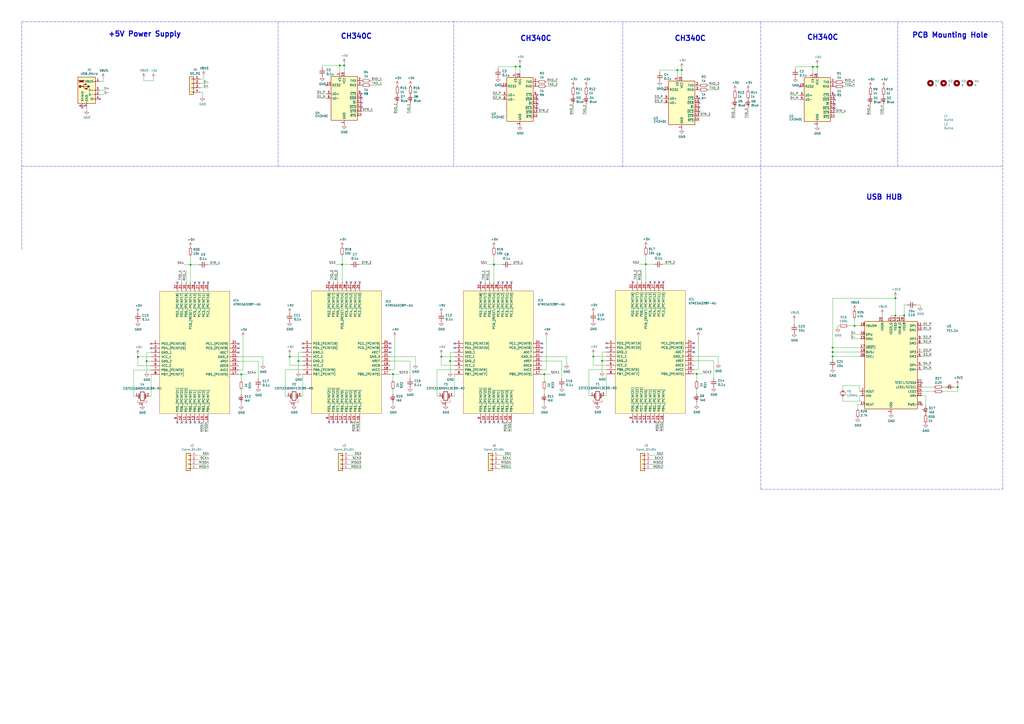
<source format=kicad_sch>
(kicad_sch (version 20211123) (generator eeschema)
  (paper "A2")
  (title_block (date "2021-11-09") (rev "2"))
  (junction (at 256.032 206.883))
  (junction (at 392.938 40.64))
  (junction (at 197.104 37.973))
  (junction (at 555.498 224.536))
  (junction (at 286.512 153.416))
  (junction (at 404.114 216.916))
  (junction (at 261.112 209.423))
  (junction (at 173.101 209.423))
  (junction (at 199.644 37.973))
  (junction (at 139.954 217.17))
  (junction (at 482.981 204.216))
  (junction (at 315.722 217.043))
  (junction (at 474.091 38.735))
  (junction (at 80.01 207.01))
  (junction (at 482.981 201.676))
  (junction (at 482.981 206.756))
  (junction (at 344.17 206.756))
  (junction (at 198.501 153.416))
  (junction (at 168.021 206.883))
  (junction (at 519.43 172.974))
  (junction (at 519.43 183.007))
  (junction (at 349.25 209.296))
  (junction (at 471.551 38.735))
  (junction (at 301.625 38.608))
  (junction (at 524.51 183.007))
  (junction (at 395.478 40.64))
  (junction (at 227.965 217.043))
  (junction (at 374.65 153.289))
  (junction (at 299.085 38.608))
  (junction (at 110.49 153.543))
  (junction (at 85.09 209.55))
  (junction (at 495.681 188.976))
  (no_connect (at 206.121 163.703))
  (no_connect (at 311.785 62.738))
  (no_connect (at 203.581 244.983))
  (no_connect (at 379.73 163.576))
  (no_connect (at 175.641 201.803))
  (no_connect (at 102.87 163.83))
  (no_connect (at 102.87 245.11))
  (no_connect (at 110.49 245.11))
  (no_connect (at 286.512 244.983))
  (no_connect (at 311.785 57.658))
  (no_connect (at 314.452 199.263))
  (no_connect (at 484.251 57.785))
  (no_connect (at 281.432 244.983))
  (no_connect (at 138.43 199.39))
  (no_connect (at 113.03 245.11))
  (no_connect (at 113.03 163.83))
  (no_connect (at 226.441 199.263))
  (no_connect (at 278.892 163.703))
  (no_connect (at 484.251 60.325))
  (no_connect (at 209.804 54.483))
  (no_connect (at 291.592 163.703))
  (no_connect (at 115.57 163.83))
  (no_connect (at 291.465 50.038))
  (no_connect (at 379.73 244.856))
  (no_connect (at 283.972 244.983))
  (no_connect (at 402.59 201.676))
  (no_connect (at 138.43 201.93))
  (no_connect (at 405.638 59.69))
  (no_connect (at 201.041 163.703))
  (no_connect (at 118.11 163.83))
  (no_connect (at 382.27 163.576))
  (no_connect (at 385.318 52.07))
  (no_connect (at 289.052 163.703))
  (no_connect (at 314.452 204.343))
  (no_connect (at 263.652 201.803))
  (no_connect (at 402.59 204.216))
  (no_connect (at 198.501 244.983))
  (no_connect (at 209.804 59.563))
  (no_connect (at 402.59 199.136))
  (no_connect (at 351.79 201.676))
  (no_connect (at 175.641 199.263))
  (no_connect (at 372.11 244.856))
  (no_connect (at 351.79 199.136))
  (no_connect (at 314.452 201.803))
  (no_connect (at 291.592 244.983))
  (no_connect (at 115.57 245.11))
  (no_connect (at 203.581 163.703))
  (no_connect (at 374.65 244.856))
  (no_connect (at 209.804 62.103))
  (no_connect (at 105.41 245.11))
  (no_connect (at 47.752 62.484))
  (no_connect (at 405.638 57.15))
  (no_connect (at 384.81 163.576))
  (no_connect (at 367.03 163.576))
  (no_connect (at 208.661 163.703))
  (no_connect (at 226.441 201.803))
  (no_connect (at 484.251 55.245))
  (no_connect (at 226.441 204.343))
  (no_connect (at 87.63 201.93))
  (no_connect (at 278.892 244.983))
  (no_connect (at 138.43 204.47))
  (no_connect (at 405.638 64.77))
  (no_connect (at 87.63 199.39))
  (no_connect (at 120.65 163.83))
  (no_connect (at 263.652 199.263))
  (no_connect (at 209.804 57.023))
  (no_connect (at 484.251 62.865))
  (no_connect (at 193.421 244.983))
  (no_connect (at 201.041 244.983))
  (no_connect (at 367.03 244.856))
  (no_connect (at 190.881 244.983))
  (no_connect (at 289.052 244.983))
  (no_connect (at 463.931 50.165))
  (no_connect (at 405.638 62.23))
  (no_connect (at 195.961 244.983))
  (no_connect (at 296.672 163.703))
  (no_connect (at 107.95 245.11))
  (no_connect (at 311.785 55.118))
  (no_connect (at 294.132 163.703))
  (no_connect (at 534.67 234.696))
  (no_connect (at 377.19 244.856))
  (no_connect (at 189.484 49.403))
  (no_connect (at 57.912 57.404))
  (no_connect (at 534.67 221.996))
  (no_connect (at 369.57 244.856))
  (no_connect (at 190.881 163.703))
  (no_connect (at 377.19 163.576))
  (no_connect (at 311.785 60.198))
  (wire (pts (xy 50.292 63.754) (xy 50.292 62.484)))
  (wire (pts (xy 315.722 225.933) (xy 315.722 228.473)))
  (wire (pts (xy 315.722 233.553) (xy 315.722 234.823)))
  (wire (pts (xy 499.11 188.976) (xy 495.681 188.976)))
  (wire (pts (xy 138.43 207.01) (xy 152.527 207.01)))
  (wire (pts (xy 227.965 225.933) (xy 227.965 228.473)))
  (wire (pts (xy 299.085 38.608) (xy 299.085 42.418)))
  (wire (pts (xy 540.385 206.756) (xy 534.67 206.756)))
  (wire (pts (xy 208.407 153.416) (xy 215.519 153.416)))
  (wire (pts (xy 498.729 232.791) (xy 488.95 232.791)))
  (wire (pts (xy 433.959 62.484) (xy 433.959 68.58)))
  (wire (pts (xy 173.101 215.773) (xy 173.101 209.423)))
  (polyline (pts (xy 263.144 95.885) (xy 263.144 12.065)))
  (wire (pts (xy 263.652 206.883) (xy 256.032 206.883)))
  (wire (pts (xy 351.79 204.216) (xy 349.25 204.216)))
  (wire (pts (xy 499.11 227.076) (xy 498.602 227.076)))
  (wire (pts (xy 516.89 183.007) (xy 516.89 183.896)))
  (wire (pts (xy 117.475 53.467) (xy 117.475 56.007)))
  (wire (pts (xy 286.512 148.336) (xy 286.512 153.416)))
  (wire (pts (xy 402.59 206.756) (xy 416.687 206.756)))
  (wire (pts (xy 458.216 55.245) (xy 463.931 55.245)))
  (wire (pts (xy 139.954 226.06) (xy 139.954 228.6)))
  (wire (pts (xy 374.65 153.289) (xy 379.476 153.289)))
  (wire (pts (xy 281.432 163.703) (xy 281.432 156.591)))
  (wire (pts (xy 256.032 205.613) (xy 256.032 206.883)))
  (wire (pts (xy 83.312 46.736) (xy 89.027 46.736)))
  (wire (pts (xy 57.912 47.244) (xy 59.817 47.244)))
  (wire (pts (xy 288.925 38.608) (xy 299.085 38.608)))
  (wire (pts (xy 168.021 205.613) (xy 168.021 206.883)))
  (wire (pts (xy 209.804 64.643) (xy 216.281 64.643)))
  (wire (pts (xy 165.481 214.503) (xy 165.481 229.743)))
  (wire (pts (xy 495.681 188.976) (xy 491.871 188.976)))
  (wire (pts (xy 138.43 214.63) (xy 140.97 214.63)))
  (wire (pts (xy 238.125 59.817) (xy 238.125 65.913)))
  (wire (pts (xy 311.785 65.278) (xy 318.262 65.278)))
  (wire (pts (xy 261.112 204.343) (xy 261.112 209.423)))
  (wire (pts (xy 536.956 229.616) (xy 536.956 235.331)))
  (wire (pts (xy 497.586 234.696) (xy 497.586 237.236)))
  (wire (pts (xy 392.938 40.64) (xy 392.938 44.45)))
  (wire (pts (xy 482.981 201.676) (xy 499.11 201.676)))
  (wire (pts (xy 198.501 148.336) (xy 198.501 153.416)))
  (wire (pts (xy 77.47 214.63) (xy 87.63 214.63)))
  (wire (pts (xy 533.781 176.911) (xy 533.781 177.673)))
  (wire (pts (xy 499.11 229.616) (xy 498.729 229.616)))
  (wire (pts (xy 286.512 153.416) (xy 291.338 153.416)))
  (wire (pts (xy 183.769 57.023) (xy 189.484 57.023)))
  (wire (pts (xy 374.65 148.209) (xy 374.65 153.289)))
  (wire (pts (xy 349.25 209.296) (xy 351.79 209.296)))
  (wire (pts (xy 402.59 209.296) (xy 414.02 209.296)))
  (wire (pts (xy 474.091 38.735) (xy 474.091 37.465)))
  (wire (pts (xy 471.551 38.735) (xy 474.091 38.735)))
  (wire (pts (xy 202.565 271.78) (xy 209.55 271.78)))
  (wire (pts (xy 118.11 45.847) (xy 118.11 43.942)))
  (wire (pts (xy 315.722 217.043) (xy 315.722 220.853)))
  (wire (pts (xy 351.79 216.916) (xy 351.79 229.616)))
  (wire (pts (xy 226.441 214.503) (xy 228.981 214.503)))
  (wire (pts (xy 138.43 217.17) (xy 139.954 217.17)))
  (wire (pts (xy 377.825 266.7) (xy 384.81 266.7)))
  (wire (pts (xy 262.382 229.743) (xy 263.652 229.743)))
  (wire (pts (xy 85.09 204.47) (xy 85.09 209.55)))
  (wire (pts (xy 519.43 172.974) (xy 519.43 183.007)))
  (wire (pts (xy 519.43 172.212) (xy 519.43 172.974)))
  (wire (pts (xy 461.391 40.005) (xy 461.391 38.735)))
  (wire (pts (xy 369.57 163.576) (xy 369.57 156.464)))
  (wire (pts (xy 57.912 52.324) (xy 60.452 52.324)))
  (wire (pts (xy 482.981 172.974) (xy 519.43 172.974)))
  (wire (pts (xy 314.452 206.883) (xy 328.676 206.883)))
  (wire (pts (xy 526.288 176.911) (xy 524.51 176.911)))
  (wire (pts (xy 228.981 195.453) (xy 228.981 214.503)))
  (wire (pts (xy 241.046 211.201) (xy 241.046 206.883)))
  (wire (pts (xy 85.09 215.9) (xy 85.09 209.55)))
  (wire (pts (xy 208.661 244.983) (xy 208.661 250.444)))
  (wire (pts (xy 384.556 153.289) (xy 391.668 153.289)))
  (wire (pts (xy 460.756 185.674) (xy 460.756 187.96)))
  (wire (pts (xy 524.51 183.007) (xy 524.51 176.911)))
  (wire (pts (xy 314.452 214.503) (xy 316.992 214.503)))
  (wire (pts (xy 106.68 153.543) (xy 110.49 153.543)))
  (polyline (pts (xy 581.66 12.7) (xy 581.66 283.845)))
  (wire (pts (xy 227.965 233.553) (xy 227.965 234.823)))
  (wire (pts (xy 282.702 153.416) (xy 286.512 153.416)))
  (wire (pts (xy 555.498 224.536) (xy 553.339 224.536)))
  (wire (pts (xy 499.11 196.596) (xy 493.522 196.596)))
  (wire (pts (xy 555.498 224.536) (xy 555.498 223.52)))
  (wire (pts (xy 83.312 45.212) (xy 83.312 46.736)))
  (wire (pts (xy 379.603 59.69) (xy 385.318 59.69)))
  (wire (pts (xy 404.114 233.426) (xy 404.114 234.696)))
  (wire (pts (xy 199.644 37.973) (xy 199.644 36.703)))
  (wire (pts (xy 540.385 199.136) (xy 534.67 199.136)))
  (wire (pts (xy 414.02 209.296) (xy 414.02 219.456)))
  (wire (pts (xy 341.63 229.616) (xy 342.9 229.616)))
  (wire (pts (xy 498.602 223.647) (xy 488.95 223.647)))
  (wire (pts (xy 404.114 225.806) (xy 404.114 228.346)))
  (wire (pts (xy 110.49 148.463) (xy 110.49 153.543)))
  (wire (pts (xy 120.65 245.11) (xy 120.65 250.698)))
  (wire (pts (xy 325.882 209.423) (xy 325.882 219.583)))
  (wire (pts (xy 349.25 204.216) (xy 349.25 209.296)))
  (wire (pts (xy 351.79 211.836) (xy 344.17 211.836)))
  (wire (pts (xy 382.778 40.64) (xy 392.938 40.64)))
  (wire (pts (xy 374.65 153.289) (xy 374.65 163.576)))
  (wire (pts (xy 482.981 204.216) (xy 499.11 204.216)))
  (polyline (pts (xy 12.7 12.7) (xy 12.7 144.78)))
  (wire (pts (xy 87.63 204.47) (xy 85.09 204.47)))
  (wire (pts (xy 540.385 214.376) (xy 534.67 214.376)))
  (wire (pts (xy 80.01 212.09) (xy 80.01 207.01)))
  (wire (pts (xy 226.441 209.423) (xy 237.871 209.423)))
  (wire (pts (xy 384.81 244.856) (xy 384.81 250.317)))
  (wire (pts (xy 283.972 163.703) (xy 283.972 156.591)))
  (wire (pts (xy 341.63 214.376) (xy 351.79 214.376)))
  (wire (pts (xy 289.56 269.24) (xy 296.545 269.24)))
  (wire (pts (xy 316.992 195.453) (xy 316.992 214.503)))
  (wire (pts (xy 285.75 55.118) (xy 291.465 55.118)))
  (wire (pts (xy 173.101 204.343) (xy 173.101 209.423)))
  (wire (pts (xy 114.3 269.24) (xy 121.285 269.24)))
  (wire (pts (xy 392.938 40.64) (xy 395.478 40.64)))
  (wire (pts (xy 206.121 244.983) (xy 206.121 250.444)))
  (wire (pts (xy 237.871 209.423) (xy 237.871 219.583)))
  (wire (pts (xy 289.56 264.16) (xy 296.545 264.16)))
  (wire (pts (xy 168.021 211.963) (xy 168.021 206.883)))
  (wire (pts (xy 482.981 204.216) (xy 482.981 206.756)))
  (wire (pts (xy 461.391 38.735) (xy 471.551 38.735)))
  (wire (pts (xy 193.421 163.703) (xy 193.421 156.591)))
  (wire (pts (xy 175.641 217.043) (xy 175.641 229.743)))
  (wire (pts (xy 328.676 211.201) (xy 328.676 206.883)))
  (wire (pts (xy 226.441 217.043) (xy 227.965 217.043)))
  (wire (pts (xy 370.84 153.289) (xy 374.65 153.289)))
  (wire (pts (xy 140.97 195.58) (xy 140.97 214.63)))
  (wire (pts (xy 183.769 54.483) (xy 189.484 54.483)))
  (wire (pts (xy 332.486 60.452) (xy 332.486 66.548)))
  (wire (pts (xy 395.478 40.64) (xy 395.478 39.37)))
  (wire (pts (xy 253.492 229.743) (xy 254.762 229.743)))
  (wire (pts (xy 226.441 206.883) (xy 241.046 206.883)))
  (wire (pts (xy 372.11 163.576) (xy 372.11 156.464)))
  (wire (pts (xy 199.644 37.973) (xy 199.644 41.783)))
  (wire (pts (xy 175.641 206.883) (xy 168.021 206.883)))
  (wire (pts (xy 165.481 229.743) (xy 166.751 229.743)))
  (wire (pts (xy 165.481 214.503) (xy 175.641 214.503)))
  (wire (pts (xy 227.965 217.043) (xy 227.965 220.853)))
  (wire (pts (xy 349.25 215.646) (xy 349.25 209.296)))
  (wire (pts (xy 149.86 209.55) (xy 149.86 219.71)))
  (wire (pts (xy 57.912 54.864) (xy 60.452 54.864)))
  (wire (pts (xy 87.63 212.09) (xy 80.01 212.09)))
  (wire (pts (xy 85.09 209.55) (xy 87.63 209.55)))
  (wire (pts (xy 110.49 153.543) (xy 110.49 163.83)))
  (wire (pts (xy 534.67 227.076) (xy 541.782 227.076)))
  (wire (pts (xy 498.729 229.616) (xy 498.729 232.791)))
  (wire (pts (xy 301.625 38.608) (xy 301.625 42.418)))
  (wire (pts (xy 521.97 183.896) (xy 521.97 183.007)))
  (wire (pts (xy 87.63 217.17) (xy 87.63 229.87)))
  (polyline (pts (xy 441.325 12.7) (xy 441.325 283.845)))
  (wire (pts (xy 534.67 224.536) (xy 541.782 224.536)))
  (wire (pts (xy 197.104 37.973) (xy 197.104 41.783)))
  (wire (pts (xy 194.691 153.416) (xy 198.501 153.416)))
  (wire (pts (xy 138.43 209.55) (xy 149.86 209.55)))
  (wire (pts (xy 152.527 211.328) (xy 152.527 207.01)))
  (wire (pts (xy 197.104 37.973) (xy 199.644 37.973)))
  (polyline (pts (xy 161.29 96.52) (xy 161.29 12.7)))
  (wire (pts (xy 458.216 57.785) (xy 463.931 57.785)))
  (wire (pts (xy 114.3 266.7) (xy 121.285 266.7)))
  (wire (pts (xy 531.368 176.911) (xy 533.781 176.911)))
  (wire (pts (xy 486.029 190.119) (xy 486.029 188.976)))
  (wire (pts (xy 482.981 201.676) (xy 482.981 204.216)))
  (wire (pts (xy 296.672 244.983) (xy 296.672 250.444)))
  (wire (pts (xy 534.67 229.616) (xy 536.956 229.616)))
  (wire (pts (xy 546.862 224.536) (xy 548.259 224.536)))
  (wire (pts (xy 382.27 244.856) (xy 382.27 250.317)))
  (wire (pts (xy 555.498 227.076) (xy 555.498 224.536)))
  (wire (pts (xy 80.01 205.74) (xy 80.01 207.01)))
  (wire (pts (xy 524.51 183.896) (xy 524.51 183.007)))
  (wire (pts (xy 202.565 264.16) (xy 209.55 264.16)))
  (wire (pts (xy 59.817 47.244) (xy 59.817 45.339)))
  (polyline (pts (xy 520.7 12.7) (xy 520.7 96.52)))
  (wire (pts (xy 316.865 47.498) (xy 323.469 47.498)))
  (wire (pts (xy 120.396 153.543) (xy 127.635 153.543)))
  (wire (pts (xy 253.492 214.503) (xy 253.492 229.743)))
  (wire (pts (xy 301.625 38.608) (xy 301.625 37.338)))
  (wire (pts (xy 482.981 172.974) (xy 482.981 201.676)))
  (wire (pts (xy 116.205 53.467) (xy 117.475 53.467)))
  (wire (pts (xy 253.492 214.503) (xy 263.652 214.503)))
  (wire (pts (xy 202.565 266.7) (xy 209.55 266.7)))
  (wire (pts (xy 299.085 38.608) (xy 301.625 38.608)))
  (wire (pts (xy 289.56 271.78) (xy 296.545 271.78)))
  (wire (pts (xy 87.63 207.01) (xy 80.01 207.01)))
  (wire (pts (xy 489.331 50.165) (xy 495.935 50.165)))
  (wire (pts (xy 499.11 206.756) (xy 482.981 206.756)))
  (polyline (pts (xy 441.325 283.845) (xy 581.66 283.845)))
  (wire (pts (xy 402.59 214.376) (xy 405.13 214.376)))
  (wire (pts (xy 261.112 215.773) (xy 261.112 209.423)))
  (wire (pts (xy 256.032 211.963) (xy 256.032 206.883)))
  (wire (pts (xy 139.954 217.17) (xy 139.954 220.98)))
  (polyline (pts (xy 361.188 12.954) (xy 361.188 96.774)))
  (wire (pts (xy 540.385 211.836) (xy 534.67 211.836)))
  (wire (pts (xy 314.452 217.043) (xy 315.722 217.043)))
  (wire (pts (xy 116.205 50.927) (xy 121.031 50.927)))
  (wire (pts (xy 186.944 39.243) (xy 186.944 37.973)))
  (wire (pts (xy 540.385 188.976) (xy 534.67 188.976)))
  (wire (pts (xy 504.952 60.579) (xy 504.952 66.675)))
  (wire (pts (xy 395.478 40.64) (xy 395.478 44.45)))
  (wire (pts (xy 289.56 266.7) (xy 296.545 266.7)))
  (polyline (pts (xy 12.7 12.7) (xy 581.66 12.7)))
  (wire (pts (xy 486.029 188.976) (xy 486.791 188.976)))
  (wire (pts (xy 174.371 229.743) (xy 175.641 229.743)))
  (wire (pts (xy 214.884 46.863) (xy 221.615 46.863)))
  (wire (pts (xy 89.027 45.339) (xy 89.027 46.736)))
  (wire (pts (xy 116.205 48.387) (xy 121.031 48.387)))
  (wire (pts (xy 405.13 195.326) (xy 405.13 214.376)))
  (wire (pts (xy 263.652 204.343) (xy 261.112 204.343)))
  (wire (pts (xy 77.47 229.87) (xy 78.74 229.87)))
  (wire (pts (xy 261.112 209.423) (xy 263.652 209.423)))
  (wire (pts (xy 86.36 229.87) (xy 87.63 229.87)))
  (wire (pts (xy 416.687 210.82) (xy 416.687 206.756)))
  (wire (pts (xy 511.81 183.896) (xy 511.81 182.245)))
  (polyline (pts (xy 12.7 96.52) (xy 581.66 96.52)))
  (wire (pts (xy 175.641 211.963) (xy 168.021 211.963)))
  (wire (pts (xy 114.3 271.78) (xy 121.285 271.78)))
  (wire (pts (xy 77.47 214.63) (xy 77.47 229.87)))
  (wire (pts (xy 341.63 214.376) (xy 341.63 229.616)))
  (wire (pts (xy 488.95 232.791) (xy 488.95 230.759)))
  (wire (pts (xy 521.97 183.007) (xy 524.51 183.007)))
  (wire (pts (xy 471.551 38.735) (xy 471.551 42.545)))
  (wire (pts (xy 350.52 229.616) (xy 351.79 229.616)))
  (wire (pts (xy 351.79 206.756) (xy 344.17 206.756)))
  (wire (pts (xy 426.339 62.484) (xy 426.339 68.58)))
  (wire (pts (xy 107.95 163.83) (xy 107.95 156.718)))
  (wire (pts (xy 340.106 60.452) (xy 340.106 66.548)))
  (wire (pts (xy 519.43 183.896) (xy 519.43 183.007)))
  (wire (pts (xy 198.501 153.416) (xy 203.327 153.416)))
  (wire (pts (xy 285.75 57.658) (xy 291.465 57.658)))
  (wire (pts (xy 263.652 211.963) (xy 256.032 211.963)))
  (wire (pts (xy 105.41 163.83) (xy 105.41 156.718)))
  (wire (pts (xy 202.565 269.24) (xy 209.55 269.24)))
  (wire (pts (xy 288.925 39.878) (xy 288.925 38.608)))
  (wire (pts (xy 488.95 223.647) (xy 488.95 225.679)))
  (wire (pts (xy 116.205 45.847) (xy 118.11 45.847)))
  (wire (pts (xy 404.114 216.916) (xy 404.114 220.726)))
  (wire (pts (xy 519.43 183.007) (xy 516.89 183.007)))
  (wire (pts (xy 489.331 47.625) (xy 495.935 47.625)))
  (wire (pts (xy 344.17 211.836) (xy 344.17 206.756)))
  (wire (pts (xy 540.385 191.516) (xy 534.67 191.516)))
  (wire (pts (xy 402.59 216.916) (xy 404.114 216.916)))
  (wire (pts (xy 546.862 227.076) (xy 555.498 227.076)))
  (wire (pts (xy 497.586 234.696) (xy 499.11 234.696)))
  (wire (pts (xy 377.825 264.16) (xy 384.81 264.16)))
  (wire (pts (xy 139.954 217.17) (xy 143.51 217.17)))
  (wire (pts (xy 410.718 52.07) (xy 417.322 52.07)))
  (wire (pts (xy 195.961 163.703) (xy 195.961 156.591)))
  (wire (pts (xy 410.718 49.53) (xy 417.322 49.53)))
  (wire (pts (xy 484.251 65.405) (xy 490.728 65.405)))
  (wire (pts (xy 214.884 49.403) (xy 221.615 49.403)))
  (wire (pts (xy 377.825 269.24) (xy 384.81 269.24)))
  (wire (pts (xy 296.418 153.416) (xy 303.53 153.416)))
  (wire (pts (xy 173.101 209.423) (xy 175.641 209.423)))
  (wire (pts (xy 314.452 209.423) (xy 325.882 209.423)))
  (wire (pts (xy 110.49 153.543) (xy 115.316 153.543)))
  (wire (pts (xy 198.501 153.416) (xy 198.501 163.703)))
  (wire (pts (xy 377.825 271.78) (xy 384.81 271.78)))
  (wire (pts (xy 498.602 227.076) (xy 498.602 223.647)))
  (wire (pts (xy 482.981 206.756) (xy 482.981 208.407)))
  (wire (pts (xy 227.965 217.043) (xy 231.521 217.043)))
  (wire (pts (xy 315.722 217.043) (xy 319.532 217.043)))
  (wire (pts (xy 118.11 245.11) (xy 118.11 250.698)))
  (wire (pts (xy 344.17 205.486) (xy 344.17 206.756)))
  (wire (pts (xy 139.954 233.68) (xy 139.954 234.95)))
  (wire (pts (xy 379.603 57.15) (xy 385.318 57.15)))
  (wire (pts (xy 230.505 59.817) (xy 230.505 65.913)))
  (wire (pts (xy 294.132 244.983) (xy 294.132 250.444)))
  (wire (pts (xy 316.865 50.038) (xy 323.469 50.038)))
  (wire (pts (xy 474.091 38.735) (xy 474.091 42.545)))
  (wire (pts (xy 186.944 37.973) (xy 197.104 37.973)))
  (wire (pts (xy 540.385 196.596) (xy 534.67 196.596)))
  (wire (pts (xy 175.641 204.343) (xy 173.101 204.343)))
  (wire (pts (xy 404.114 216.916) (xy 407.67 216.916)))
  (wire (pts (xy 286.512 153.416) (xy 286.512 163.703)))
  (wire (pts (xy 512.572 60.579) (xy 512.572 66.675)))
  (wire (pts (xy 495.681 184.912) (xy 495.681 188.976)))
  (wire (pts (xy 499.11 194.056) (xy 493.522 194.056)))
  (wire (pts (xy 263.652 217.043) (xy 263.652 229.743)))
  (wire (pts (xy 382.778 41.91) (xy 382.778 40.64)))
  (wire (pts (xy 114.3 264.16) (xy 121.285 264.16)))
  (wire (pts (xy 405.638 67.31) (xy 412.115 67.31)))
  (wire (pts (xy 540.385 204.216) (xy 534.67 204.216)))
  (text "CH340C" (at 467.995 23.495 0) (effects (font (size 2.9972 2.9972) (thickness 0.5994) bold) (justify left bottom)))
  (text "CH340C" (at 391.16 24.13 0) (effects (font (size 2.9972 2.9972) (thickness 0.5994) bold) (justify left bottom)))
  (text "CH340C" (at 197.485 22.86 0) (effects (font (size 2.9972 2.9972) (thickness 0.5994) bold) (justify left bottom)))
  (text " +5V Power Supply" (at 60.325 21.59 0) (effects (font (size 2.9972 2.9972) (thickness 0.5994) bold) (justify left bottom)))
  (text "CH340C" (at 301.625 24.13 0) (effects (font (size 2.9972 2.9972) (thickness 0.5994) bold) (justify left bottom)))
  (text "PCB Mounting Hole" (at 528.955 22.225 0) (effects (font (size 2.9972 2.9972) (thickness 0.5994) bold) (justify left bottom)))
  (text "USB HUB" (at 502.285 116.205 0) (effects (font (size 2.9972 2.9972) (thickness 0.5994) bold) (justify left bottom)))
  (label "D+" (at 493.522 194.056 0))
  (label "TXD_3" (at 417.322 52.07 180))
  (label "SS2" (at 384.81 264.16 180))
  (label "RXD_3" (at 426.339 68.58 90))
  (label "RXD_3" (at 417.322 49.53 180))
  (label "TXD_2" (at 369.57 156.464 270))
  (label "D2_N" (at 540.385 199.136 180))
  (label "TXD_4" (at 512.572 66.675 90))
  (label "MISO2" (at 384.81 250.317 90))
  (label "SCK4" (at 143.51 217.17 0))
  (label "MOSI2" (at 382.27 250.317 90))
  (label "DTR_4" (at 490.728 65.405 180))
  (label "TXD_4" (at 105.41 156.718 270))
  (label "RXD_1" (at 283.972 156.591 270))
  (label "D-" (at 60.452 54.864 0))
  (label "RXD_2" (at 372.11 156.464 270))
  (label "MISO4" (at 120.65 250.698 90))
  (label "SCK3" (at 209.55 266.7 180))
  (label "MOSI4" (at 121.285 271.78 180))
  (label "MISO1" (at 296.545 269.24 180))
  (label "D-" (at 121.031 48.387 180))
  (label "RXD_3" (at 195.961 156.591 270))
  (label "D+" (at 60.452 52.324 0))
  (label "RXD_4" (at 107.95 156.718 270))
  (label "TXD_1" (at 221.615 49.403 180))
  (label "D1_N" (at 183.769 57.023 0))
  (label "RXD_1" (at 230.505 65.913 90))
  (label "SS4" (at 121.285 264.16 180))
  (label "D2_P" (at 285.75 55.118 0))
  (label "SCK2" (at 384.81 266.7 180))
  (label "MOSI4" (at 118.11 250.698 90))
  (label "MOSI3" (at 206.121 250.444 90))
  (label "SS1" (at 282.702 153.416 180))
  (label "D+" (at 121.031 50.927 180))
  (label "SCK4" (at 121.285 266.7 180))
  (label "TXD_3" (at 433.959 68.58 90))
  (label "MOSI2" (at 384.81 271.78 180))
  (label "TXD_2" (at 323.469 50.038 180))
  (label "SCK1" (at 319.532 217.043 0))
  (label "SCK3" (at 231.521 217.043 0))
  (label "TXD_1" (at 281.432 156.591 270))
  (label "D4_N" (at 458.216 57.785 0))
  (label "SS3" (at 194.691 153.416 180))
  (label "SCK1" (at 296.545 266.7 180))
  (label "MISO4" (at 121.285 269.24 180))
  (label "D1_P" (at 540.385 188.976 180))
  (label "RXD_4" (at 495.935 47.625 180))
  (label "D1_P" (at 183.769 54.483 0))
  (label "D4_N" (at 540.385 214.376 180))
  (label "D3_P" (at 379.603 57.15 0))
  (label "MISO3" (at 209.55 269.24 180))
  (label "DTR_3" (at 412.115 67.31 180))
  (label "SS3" (at 209.55 264.16 180))
  (label "RXD_1" (at 221.615 46.863 180))
  (label "D3_N" (at 379.603 59.69 0))
  (label "DTR_3" (at 215.519 153.416 180))
  (label "DTR_1" (at 216.281 64.643 180))
  (label "MOSI1" (at 296.545 271.78 180))
  (label "TXD_4" (at 495.935 50.165 180))
  (label "MOSI1" (at 294.132 250.444 90))
  (label "D-" (at 493.522 196.596 0))
  (label "RXD_4" (at 504.952 66.675 90))
  (label "DTR_1" (at 303.53 153.416 180))
  (label "D2_N" (at 285.75 57.658 0))
  (label "MISO3" (at 208.661 250.444 90))
  (label "MISO2" (at 384.81 269.24 180))
  (label "DTR_2" (at 391.668 153.289 180))
  (label "RXD_2" (at 323.469 47.498 180))
  (label "D4_P" (at 540.385 211.836 180))
  (label "MISO1" (at 296.672 250.444 90))
  (label "RXD_2" (at 332.486 66.548 90))
  (label "SS2" (at 370.84 153.289 180))
  (label "TXD_1" (at 238.125 65.913 90))
  (label "SCK2" (at 407.67 216.916 0))
  (label "SS1" (at 296.545 264.16 180))
  (label "DTR_4" (at 127.635 153.543 180))
  (label "D4_P" (at 458.216 55.245 0))
  (label "SS4" (at 106.68 153.543 180))
  (label "D1_N" (at 540.385 191.516 180))
  (label "MOSI3" (at 209.55 271.78 180))
  (label "TXD_2" (at 340.106 66.548 90))
  (label "TXD_3" (at 193.421 156.591 270))
  (label "D2_P" (at 540.385 196.596 180))
  (label "D3_N" (at 540.385 206.756 180))
  (label "D3_P" (at 540.385 204.216 180))
  (label "DTR_2" (at 318.262 65.278 180))
  (symbol (lib_id "Vucko_Admin:ATMEGA328P-AU") (at 87.63 199.39 0) (unit 1)
    (property "Reference" "IC4" (at 135.255 174.2186 0) (effects (justify left)))
    (property "Value" "ATMEGA328P-AU" (at 135.255 176.53 0) (effects (justify left)))
    (property "Footprint" "Vucko_Admin:QFP80P900X900X120-32N" (effects hide))
    (property "Datasheet" "https://componentsearchengine.com/Datasheets/2/ATMEGA328P-AU.pdf" (effects hide))
    (property "Description" "MICROCHIP - ATMEGA328P-AU. - MICROCONTROLLER MCU, 8 BIT, ATMEGA, 20MHZ, TQFP-32" (effects hide))
    (property "Height" "1.2" (effects hide))
    (property "Manufacturer_Name" "Microchip" (effects hide))
    (property "Manufacturer_Part_Number" "ATMEGA328P-AU" (effects hide))
    (property "Mouser Part Number" "556-ATMEGA328P-AU" (effects hide))
    (property "Mouser Price/Stock" "https://www.mouser.co.uk/ProductDetail/Microchip-Technology-Atmel/ATMEGA328P-AU?qs=K8BHR703ZXiCmmgp6%2FGNmQ%3D%3D" (effects hide))
    (property "Arrow Part Number" "ATMEGA328P-AU" (effects hide))
    (property "Arrow Price/Stock" "https://www.arrow.com/en/products/atmega328p-au/microchip-technology?region=nac" (effects hide))
  )
  (symbol (lib_id "Connector:USB_B_Micro") (at 50.292 52.324 0) (unit 1)
    (property "Reference" "J1" (at 51.7398 40.4622 0))
    (property "Value" "USB_Micro" (at 51.7398 42.7736 0))
    (property "Footprint" "Connector_USB:USB_Micro-B_Amphenol_10104110_Horizontal" (effects hide))
  )
  (symbol (lib_id "Mechanical:MountingHole") (at 539.75 48.26 0) (unit 1)
    (property "Reference" "H1" (at 542.29 47.0916 0) (effects (justify left)))
    (property "Value" "1" (at 542.29 49.403 0) (effects (justify left)))
    (property "Footprint" "MountingHole:MountingHole_3.2mm_M3" (effects hide))
  )
  (symbol (lib_id "Mechanical:MountingHole") (at 547.37 48.26 0) (unit 1)
    (property "Reference" "H2" (at 549.91 47.0916 0) (effects (justify left)))
    (property "Value" "2" (at 549.91 49.403 0) (effects (justify left)))
    (property "Footprint" "MountingHole:MountingHole_3.2mm_M3" (effects hide))
  )
  (symbol (lib_id "power:GND") (at 82.55 234.95 0) (unit 1)
    (property "Reference" "#PWR067" (effects hide))
    (property "Value" "GND" (at 82.677 239.3442 0))
  )
  (symbol (lib_id "Mechanical:MountingHole") (at 554.99 48.26 0) (unit 1)
    (property "Reference" "H3" (at 557.53 47.0916 0) (effects (justify left)))
    (property "Value" "3" (at 557.53 49.403 0) (effects (justify left)))
    (property "Footprint" "MountingHole:MountingHole_3.2mm_M3" (effects hide))
  )
  (symbol (lib_id "power:GND") (at 85.09 215.9 0) (unit 1)
    (property "Reference" "#PWR056" (effects hide))
    (property "Value" "GND" (at 85.217 220.2942 0))
  )
  (symbol (lib_id "Device:LED_Small") (at 139.954 231.14 90) (unit 1)
    (property "Reference" "D12" (at 141.732 229.9716 90) (effects (justify right)))
    (property "Value" "red" (at 141.732 232.283 90) (effects (justify right)))
    (property "Footprint" "LED_SMD:LED_0603_1608Metric_Pad1.05x0.95mm_HandSolder" (effects hide))
  )
  (symbol (lib_id "power:GND") (at 139.954 234.95 0) (unit 1)
    (property "Reference" "#PWR068" (effects hide))
    (property "Value" "GND" (at 140.081 239.3442 0))
  )
  (symbol (lib_id "power:GND") (at 50.292 63.754 0) (unit 1)
    (property "Reference" "#PWR021" (effects hide))
    (property "Value" "GND" (at 50.419 68.1482 0))
  )
  (symbol (lib_id "Mechanical:MountingHole") (at 562.61 48.26 0) (unit 1)
    (property "Reference" "H4" (at 565.15 47.0916 0) (effects (justify left)))
    (property "Value" "4" (at 565.15 49.403 0) (effects (justify left)))
    (property "Footprint" "MountingHole:MountingHole_3.2mm_M3" (effects hide))
  )
  (symbol (lib_id "Device:R_Small") (at 139.954 223.52 180) (unit 1)
    (property "Reference" "R24" (at 144.9324 223.52 90))
    (property "Value" "1k" (at 142.621 223.52 90))
    (property "Footprint" "Resistor_SMD:R_0805_2012Metric_Pad1.20x1.40mm_HandSolder" (effects hide))
  )
  (symbol (lib_id "Device:C_Small") (at 149.86 222.25 0) (unit 1)
    (property "Reference" "C17" (at 152.1968 221.0816 0) (effects (justify left)))
    (property "Value" "0.1u" (at 152.1968 223.393 0) (effects (justify left)))
    (property "Footprint" "Capacitor_SMD:C_0805_2012Metric_Pad1.18x1.45mm_HandSolder" (effects hide))
  )
  (symbol (lib_id "power:GND") (at 149.86 224.79 0) (unit 1)
    (property "Reference" "#PWR060" (effects hide))
    (property "Value" "GND" (at 149.987 229.1842 0))
  )
  (symbol (lib_id "Device:R_Small") (at 110.49 145.923 0) (unit 1)
    (property "Reference" "R20" (at 111.9886 144.7546 0) (effects (justify left)))
    (property "Value" "10k" (at 111.9886 147.066 0) (effects (justify left)))
    (property "Footprint" "Resistor_SMD:R_0805_2012Metric_Pad1.20x1.40mm_HandSolder" (effects hide))
  )
  (symbol (lib_id "power:GND") (at 152.527 211.328 0) (unit 1)
    (property "Reference" "#PWR052" (effects hide))
    (property "Value" "GND" (at 152.654 215.7222 0))
  )
  (symbol (lib_id "Device:Crystal_GND2") (at 82.55 229.87 0) (unit 1)
    (property "Reference" "Y4" (at 82.55 223.0628 0))
    (property "Value" "CSTCE16M0V13C99-R0" (at 82.55 225.3742 0))
    (property "Footprint" "Vucko_Testiranje:OSC_CSTCE8M00G55-R0" (effects hide))
  )
  (symbol (lib_id "power:+3V3") (at 519.43 172.212 0) (unit 1)
    (property "Reference" "#PWR06" (effects hide))
    (property "Value" "+3V3" (at 519.811 167.8178 0))
  )
  (symbol (lib_id "Connector_Generic:Conn_01x04") (at 111.125 48.387 0) (mirror y) (unit 1)
    (property "Reference" "J4" (at 113.2078 40.3352 0))
    (property "Value" "SS_PG" (at 113.2078 42.6466 0))
    (property "Footprint" "Connector_PinHeader_2.54mm:PinHeader_1x04_P2.54mm_Horizontal" (effects hide))
  )
  (symbol (lib_id "power:GND") (at 117.475 56.007 0) (unit 1)
    (property "Reference" "#PWR04" (effects hide))
    (property "Value" "GND" (at 117.602 60.4012 0))
  )
  (symbol (lib_id "power:VBUS") (at 118.11 43.942 0) (unit 1)
    (property "Reference" "#PWR03" (effects hide))
    (property "Value" "VBUS" (at 118.491 39.5478 0))
  )
  (symbol (lib_id "Device:C_Small") (at 117.856 153.543 270) (unit 1)
    (property "Reference" "C9" (at 117.856 147.7264 90))
    (property "Value" "0.1u" (at 117.856 150.0378 90))
    (property "Footprint" "Capacitor_SMD:C_0805_2012Metric_Pad1.18x1.45mm_HandSolder" (effects hide))
  )
  (symbol (lib_id "power:+5V") (at 110.49 143.383 0) (unit 1)
    (property "Reference" "#PWR032" (effects hide))
    (property "Value" "+5V" (at 110.871 138.9888 0))
  )
  (symbol (lib_id "power:+5V") (at 80.01 205.74 0) (unit 1)
    (property "Reference" "#PWR048" (effects hide))
    (property "Value" "+5V" (at 80.391 201.3458 0))
  )
  (symbol (lib_id "power:+3V3") (at 555.498 223.52 0) (unit 1)
    (property "Reference" "#PWR0106" (effects hide))
    (property "Value" "+3V3" (at 555.879 219.1258 0))
  )
  (symbol (lib_id "power:+5V") (at 140.97 195.58 0) (unit 1)
    (property "Reference" "#PWR044" (effects hide))
    (property "Value" "+5V" (at 141.351 191.1858 0))
  )
  (symbol (lib_id "power:+5V") (at 168.021 181.483 0) (unit 1)
    (property "Reference" "#PWR034" (effects hide))
    (property "Value" "+5V" (at 168.402 177.0888 0))
  )
  (symbol (lib_id "power:GND") (at 168.021 186.563 0) (unit 1)
    (property "Reference" "#PWR038" (effects hide))
    (property "Value" "GND" (at 168.148 190.9572 0))
  )
  (symbol (lib_id "Device:C_Small") (at 168.021 184.023 0) (unit 1)
    (property "Reference" "C11" (at 170.3578 182.8546 0) (effects (justify left)))
    (property "Value" "0.1u" (at 170.3578 185.166 0) (effects (justify left)))
    (property "Footprint" "Capacitor_SMD:C_0805_2012Metric_Pad1.18x1.45mm_HandSolder" (effects hide))
  )
  (symbol (lib_id "power:+5V") (at 228.981 195.453 0) (unit 1)
    (property "Reference" "#PWR042" (effects hide))
    (property "Value" "+5V" (at 229.362 191.0588 0))
  )
  (symbol (lib_id "power:+5V") (at 168.021 205.613 0) (unit 1)
    (property "Reference" "#PWR046" (effects hide))
    (property "Value" "+5V" (at 168.402 201.2188 0))
  )
  (symbol (lib_id "power:+5V") (at 198.501 143.256 0) (unit 1)
    (property "Reference" "#PWR030" (effects hide))
    (property "Value" "+5V" (at 198.882 138.8618 0))
  )
  (symbol (lib_id "Device:Crystal_GND2") (at 170.561 229.743 0) (unit 1)
    (property "Reference" "Y2" (at 170.561 222.9358 0))
    (property "Value" "CSTCE16M0V13C99-R0" (at 170.561 225.2472 0))
    (property "Footprint" "Vucko_Testiranje:OSC_CSTCE8M00G55-R0" (effects hide))
  )
  (symbol (lib_id "power:GND") (at 237.871 224.663 0) (unit 1)
    (property "Reference" "#PWR058" (effects hide))
    (property "Value" "GND" (at 237.998 229.0572 0))
  )
  (symbol (lib_id "Device:C_Small") (at 237.871 222.123 0) (unit 1)
    (property "Reference" "C15" (at 240.2078 220.9546 0) (effects (justify left)))
    (property "Value" "0.1u" (at 240.2078 223.266 0) (effects (justify left)))
    (property "Footprint" "Capacitor_SMD:C_0805_2012Metric_Pad1.18x1.45mm_HandSolder" (effects hide))
  )
  (symbol (lib_id "Device:LED_Small") (at 227.965 231.013 90) (unit 1)
    (property "Reference" "D10" (at 229.743 229.8446 90) (effects (justify right)))
    (property "Value" "red" (at 229.743 232.156 90) (effects (justify right)))
    (property "Footprint" "LED_SMD:LED_0603_1608Metric_Pad1.05x0.95mm_HandSolder" (effects hide))
  )
  (symbol (lib_id "Device:R_Small") (at 227.965 223.393 180) (unit 1)
    (property "Reference" "R22" (at 232.9434 223.393 90))
    (property "Value" "1k" (at 230.632 223.393 90))
    (property "Footprint" "Resistor_SMD:R_0805_2012Metric_Pad1.20x1.40mm_HandSolder" (effects hide))
  )
  (symbol (lib_id "power:GND") (at 227.965 234.823 0) (unit 1)
    (property "Reference" "#PWR064" (effects hide))
    (property "Value" "GND" (at 228.092 239.2172 0))
  )
  (symbol (lib_id "power:GND") (at 173.101 215.773 0) (unit 1)
    (property "Reference" "#PWR054" (effects hide))
    (property "Value" "GND" (at 173.228 220.1672 0))
  )
  (symbol (lib_id "power:GND") (at 241.046 211.201 0) (unit 1)
    (property "Reference" "#PWR050" (effects hide))
    (property "Value" "GND" (at 241.173 215.5952 0))
  )
  (symbol (lib_id "Device:R_Small") (at 198.501 145.796 0) (unit 1)
    (property "Reference" "R18" (at 199.9996 144.6276 0) (effects (justify left)))
    (property "Value" "10k" (at 199.9996 146.939 0) (effects (justify left)))
    (property "Footprint" "Resistor_SMD:R_0805_2012Metric_Pad1.20x1.40mm_HandSolder" (effects hide))
  )
  (symbol (lib_id "power:GND") (at 170.561 234.823 0) (unit 1)
    (property "Reference" "#PWR063" (effects hide))
    (property "Value" "GND" (at 170.688 239.2172 0))
  )
  (symbol (lib_id "Vucko_Admin:ATMEGA328P-AU") (at 175.641 199.263 0) (unit 1)
    (property "Reference" "IC2" (at 223.52 174.8536 0) (effects (justify left)))
    (property "Value" "ATMEGA328P-AU" (at 223.52 177.165 0) (effects (justify left)))
    (property "Footprint" "Vucko_Admin:QFP80P900X900X120-32N" (effects hide))
    (property "Datasheet" "https://componentsearchengine.com/Datasheets/2/ATMEGA328P-AU.pdf" (effects hide))
    (property "Description" "MICROCHIP - ATMEGA328P-AU. - MICROCONTROLLER MCU, 8 BIT, ATMEGA, 20MHZ, TQFP-32" (effects hide))
    (property "Height" "1.2" (effects hide))
    (property "Manufacturer_Name" "Microchip" (effects hide))
    (property "Manufacturer_Part_Number" "ATMEGA328P-AU" (effects hide))
    (property "Mouser Part Number" "556-ATMEGA328P-AU" (effects hide))
    (property "Mouser Price/Stock" "https://www.mouser.co.uk/ProductDetail/Microchip-Technology-Atmel/ATMEGA328P-AU?qs=K8BHR703ZXiCmmgp6%2FGNmQ%3D%3D" (effects hide))
    (property "Arrow Part Number" "ATMEGA328P-AU" (effects hide))
    (property "Arrow Price/Stock" "https://www.arrow.com/en/products/atmega328p-au/microchip-technology?region=nac" (effects hide))
  )
  (symbol (lib_id "Device:C_Small") (at 205.867 153.416 270) (unit 1)
    (property "Reference" "C7" (at 205.867 147.5994 90))
    (property "Value" "0.1u" (at 205.867 149.9108 90))
    (property "Footprint" "Capacitor_SMD:C_0805_2012Metric_Pad1.18x1.45mm_HandSolder" (effects hide))
  )
  (symbol (lib_id "Duino-Coin-rescue:Duino-Vucko_Logo") (at 546.862 68.326 0) (unit 1)
    (property "Reference" "L1" (at 547.497 67.1576 0) (effects (justify left)))
    (property "Value" "Duino" (at 547.497 69.469 0) (effects (justify left)))
    (property "Footprint" "Vucko_Admin_Logo:Duino" (effects hide))
  )
  (symbol (lib_id "Duino-Coin-rescue:Duino-Vucko_Logo") (at 546.862 73.152 0) (unit 1)
    (property "Reference" "L2" (at 547.497 71.9836 0) (effects (justify left)))
    (property "Value" "Duino" (at 547.497 74.295 0) (effects (justify left)))
    (property "Footprint" "Vucko_Admin_Logo:Duino" (effects hide))
  )
  (symbol (lib_id "power:+5V") (at 256.032 181.483 0) (unit 1)
    (property "Reference" "#PWR035" (effects hide))
    (property "Value" "+5V" (at 256.413 177.0888 0))
  )
  (symbol (lib_id "power:GND") (at 256.032 186.563 0) (unit 1)
    (property "Reference" "#PWR039" (effects hide))
    (property "Value" "GND" (at 256.159 190.9572 0))
  )
  (symbol (lib_id "Device:C_Small") (at 256.032 184.023 0) (unit 1)
    (property "Reference" "C12" (at 258.3688 182.8546 0) (effects (justify left)))
    (property "Value" "0.1u" (at 258.3688 185.166 0) (effects (justify left)))
    (property "Footprint" "Capacitor_SMD:C_0805_2012Metric_Pad1.18x1.45mm_HandSolder" (effects hide))
  )
  (symbol (lib_id "power:+5V") (at 316.992 195.453 0) (unit 1)
    (property "Reference" "#PWR043" (effects hide))
    (property "Value" "+5V" (at 317.373 191.0588 0))
  )
  (symbol (lib_id "power:+5V") (at 256.032 205.613 0) (unit 1)
    (property "Reference" "#PWR047" (effects hide))
    (property "Value" "+5V" (at 256.413 201.2188 0))
  )
  (symbol (lib_id "power:+5V") (at 286.512 143.256 0) (unit 1)
    (property "Reference" "#PWR031" (effects hide))
    (property "Value" "+5V" (at 286.893 138.8618 0))
  )
  (symbol (lib_id "Device:Crystal_GND2") (at 258.572 229.743 0) (unit 1)
    (property "Reference" "Y3" (at 258.572 222.9358 0))
    (property "Value" "CSTCE16M0V13C99-R0" (at 258.572 225.2472 0))
    (property "Footprint" "Vucko_Testiranje:OSC_CSTCE8M00G55-R0" (effects hide))
  )
  (symbol (lib_id "power:GND") (at 325.882 224.663 0) (unit 1)
    (property "Reference" "#PWR059" (effects hide))
    (property "Value" "GND" (at 326.009 229.0572 0))
  )
  (symbol (lib_id "Device:C_Small") (at 325.882 222.123 0) (unit 1)
    (property "Reference" "C16" (at 328.2188 220.9546 0) (effects (justify left)))
    (property "Value" "0.1u" (at 328.2188 223.266 0) (effects (justify left)))
    (property "Footprint" "Capacitor_SMD:C_0805_2012Metric_Pad1.18x1.45mm_HandSolder" (effects hide))
  )
  (symbol (lib_id "Device:LED_Small") (at 315.722 231.013 90) (unit 1)
    (property "Reference" "D11" (at 317.5 229.8446 90) (effects (justify right)))
    (property "Value" "red" (at 317.5 232.156 90) (effects (justify right)))
    (property "Footprint" "LED_SMD:LED_0603_1608Metric_Pad1.05x0.95mm_HandSolder" (effects hide))
  )
  (symbol (lib_id "Device:R_Small") (at 315.722 223.393 180) (unit 1)
    (property "Reference" "R23" (at 320.7004 223.393 90))
    (property "Value" "1k" (at 318.389 223.393 90))
    (property "Footprint" "Resistor_SMD:R_0805_2012Metric_Pad1.20x1.40mm_HandSolder" (effects hide))
  )
  (symbol (lib_id "power:GND") (at 315.722 234.823 0) (unit 1)
    (property "Reference" "#PWR066" (effects hide))
    (property "Value" "GND" (at 315.849 239.2172 0))
  )
  (symbol (lib_id "power:GND") (at 261.112 215.773 0) (unit 1)
    (property "Reference" "#PWR055" (effects hide))
    (property "Value" "GND" (at 261.239 220.1672 0))
  )
  (symbol (lib_id "power:GND") (at 328.676 211.201 0) (unit 1)
    (property "Reference" "#PWR051" (effects hide))
    (property "Value" "GND" (at 328.803 215.5952 0))
  )
  (symbol (lib_id "Device:R_Small") (at 286.512 145.796 0) (unit 1)
    (property "Reference" "R19" (at 288.0106 144.6276 0) (effects (justify left)))
    (property "Value" "10k" (at 288.0106 146.939 0) (effects (justify left)))
    (property "Footprint" "Resistor_SMD:R_0805_2012Metric_Pad1.20x1.40mm_HandSolder" (effects hide))
  )
  (symbol (lib_id "power:GND") (at 258.572 234.823 0) (unit 1)
    (property "Reference" "#PWR065" (effects hide))
    (property "Value" "GND" (at 258.699 239.2172 0))
  )
  (symbol (lib_id "Vucko_Admin:ATMEGA328P-AU") (at 263.652 199.263 0) (unit 1)
    (property "Reference" "IC3" (at 311.785 174.2186 0) (effects (justify left)))
    (property "Value" "ATMEGA328P-AU" (at 311.785 176.53 0) (effects (justify left)))
    (property "Footprint" "Vucko_Admin:QFP80P900X900X120-32N" (effects hide))
    (property "Datasheet" "https://componentsearchengine.com/Datasheets/2/ATMEGA328P-AU.pdf" (effects hide))
    (property "Description" "MICROCHIP - ATMEGA328P-AU. - MICROCONTROLLER MCU, 8 BIT, ATMEGA, 20MHZ, TQFP-32" (effects hide))
    (property "Height" "1.2" (effects hide))
    (property "Manufacturer_Name" "Microchip" (effects hide))
    (property "Manufacturer_Part_Number" "ATMEGA328P-AU" (effects hide))
    (property "Mouser Part Number" "556-ATMEGA328P-AU" (effects hide))
    (property "Mouser Price/Stock" "https://www.mouser.co.uk/ProductDetail/Microchip-Technology-Atmel/ATMEGA328P-AU?qs=K8BHR703ZXiCmmgp6%2FGNmQ%3D%3D" (effects hide))
    (property "Arrow Part Number" "ATMEGA328P-AU" (effects hide))
    (property "Arrow Price/Stock" "https://www.arrow.com/en/products/atmega328p-au/microchip-technology?region=nac" (effects hide))
  )
  (symbol (lib_id "Device:C_Small") (at 293.878 153.416 270) (unit 1)
    (property "Reference" "C8" (at 293.878 147.5994 90))
    (property "Value" "0.1u" (at 293.878 149.9108 90))
    (property "Footprint" "Capacitor_SMD:C_0805_2012Metric_Pad1.18x1.45mm_HandSolder" (effects hide))
  )
  (symbol (lib_id "power:+5V") (at 344.17 181.356 0) (unit 1)
    (property "Reference" "#PWR033" (effects hide))
    (property "Value" "+5V" (at 344.551 176.9618 0))
  )
  (symbol (lib_id "power:GND") (at 344.17 186.436 0) (unit 1)
    (property "Reference" "#PWR037" (effects hide))
    (property "Value" "GND" (at 344.297 190.8302 0))
  )
  (symbol (lib_id "Device:C_Small") (at 344.17 183.896 0) (unit 1)
    (property "Reference" "C10" (at 346.5068 182.7276 0) (effects (justify left)))
    (property "Value" "0.1u" (at 346.5068 185.039 0) (effects (justify left)))
    (property "Footprint" "Capacitor_SMD:C_0805_2012Metric_Pad1.18x1.45mm_HandSolder" (effects hide))
  )
  (symbol (lib_id "power:+5V") (at 405.13 195.326 0) (unit 1)
    (property "Reference" "#PWR041" (effects hide))
    (property "Value" "+5V" (at 405.511 190.9318 0))
  )
  (symbol (lib_id "power:+5V") (at 344.17 205.486 0) (unit 1)
    (property "Reference" "#PWR045" (effects hide))
    (property "Value" "+5V" (at 344.551 201.0918 0))
  )
  (symbol (lib_id "power:+5V") (at 374.65 143.129 0) (unit 1)
    (property "Reference" "#PWR029" (effects hide))
    (property "Value" "+5V" (at 375.031 138.7348 0))
  )
  (symbol (lib_id "Device:Crystal_GND2") (at 346.71 229.616 0) (unit 1)
    (property "Reference" "Y1" (at 346.71 222.8088 0))
    (property "Value" "CSTCE16M0V13C99-R0" (at 346.71 225.1202 0))
    (property "Footprint" "Vucko_Testiranje:OSC_CSTCE8M00G55-R0" (effects hide))
  )
  (symbol (lib_id "power:GND") (at 414.02 224.536 0) (unit 1)
    (property "Reference" "#PWR057" (effects hide))
    (property "Value" "GND" (at 414.147 228.9302 0))
  )
  (symbol (lib_id "Device:C_Small") (at 414.02 221.996 0) (unit 1)
    (property "Reference" "C14" (at 416.3568 220.8276 0) (effects (justify left)))
    (property "Value" "0.1u" (at 416.3568 223.139 0) (effects (justify left)))
    (property "Footprint" "Capacitor_SMD:C_0805_2012Metric_Pad1.18x1.45mm_HandSolder" (effects hide))
  )
  (symbol (lib_id "Device:LED_Small") (at 404.114 230.886 90) (unit 1)
    (property "Reference" "D9" (at 405.892 229.7176 90) (effects (justify right)))
    (property "Value" "red" (at 405.892 232.029 90) (effects (justify right)))
    (property "Footprint" "LED_SMD:LED_0603_1608Metric_Pad1.05x0.95mm_HandSolder" (effects hide))
  )
  (symbol (lib_id "Device:R_Small") (at 404.114 223.266 180) (unit 1)
    (property "Reference" "R21" (at 409.0924 223.266 90))
    (property "Value" "1k" (at 406.781 223.266 90))
    (property "Footprint" "Resistor_SMD:R_0805_2012Metric_Pad1.20x1.40mm_HandSolder" (effects hide))
  )
  (symbol (lib_id "power:GND") (at 404.114 234.696 0) (unit 1)
    (property "Reference" "#PWR062" (effects hide))
    (property "Value" "GND" (at 404.241 239.0902 0))
  )
  (symbol (lib_id "power:GND") (at 349.25 215.646 0) (unit 1)
    (property "Reference" "#PWR053" (effects hide))
    (property "Value" "GND" (at 349.377 220.0402 0))
  )
  (symbol (lib_id "power:GND") (at 416.687 210.82 0) (unit 1)
    (property "Reference" "#PWR049" (effects hide))
    (property "Value" "GND" (at 416.814 215.2142 0))
  )
  (symbol (lib_id "Device:R_Small") (at 374.65 145.669 0) (unit 1)
    (property "Reference" "R17" (at 376.1486 144.5006 0) (effects (justify left)))
    (property "Value" "10k" (at 376.1486 146.812 0) (effects (justify left)))
    (property "Footprint" "Resistor_SMD:R_0805_2012Metric_Pad1.20x1.40mm_HandSolder" (effects hide))
  )
  (symbol (lib_id "power:GND") (at 346.71 234.696 0) (unit 1)
    (property "Reference" "#PWR061" (effects hide))
    (property "Value" "GND" (at 346.837 239.0902 0))
  )
  (symbol (lib_id "Vucko_Admin:ATMEGA328P-AU") (at 351.79 199.136 0) (unit 1)
    (property "Reference" "IC1" (at 399.415 173.5836 0) (effects (justify left)))
    (property "Value" "ATMEGA328P-AU" (at 399.415 175.895 0) (effects (justify left)))
    (property "Footprint" "Vucko_Admin:QFP80P900X900X120-32N" (effects hide))
    (property "Datasheet" "https://componentsearchengine.com/Datasheets/2/ATMEGA328P-AU.pdf" (effects hide))
    (property "Description" "MICROCHIP - ATMEGA328P-AU. - MICROCONTROLLER MCU, 8 BIT, ATMEGA, 20MHZ, TQFP-32" (effects hide))
    (property "Height" "1.2" (effects hide))
    (property "Manufacturer_Name" "Microchip" (effects hide))
    (property "Manufacturer_Part_Number" "ATMEGA328P-AU" (effects hide))
    (property "Mouser Part Number" "556-ATMEGA328P-AU" (effects hide))
    (property "Mouser Price/Stock" "https://www.mouser.co.uk/ProductDetail/Microchip-Technology-Atmel/ATMEGA328P-AU?qs=K8BHR703ZXiCmmgp6%2FGNmQ%3D%3D" (effects hide))
    (property "Arrow Part Number" "ATMEGA328P-AU" (effects hide))
    (property "Arrow Price/Stock" "https://www.arrow.com/en/products/atmega328p-au/microchip-technology?region=nac" (effects hide))
  )
  (symbol (lib_id "Device:C_Small") (at 382.016 153.289 270) (unit 1)
    (property "Reference" "C6" (at 382.016 147.4724 90))
    (property "Value" "0.1u" (at 382.016 149.7838 90))
    (property "Footprint" "Capacitor_SMD:C_0805_2012Metric_Pad1.18x1.45mm_HandSolder" (effects hide))
  )
  (symbol (lib_id "Connector_Generic:Conn_01x04") (at 109.22 269.24 180) (unit 1)
    (property "Reference" "J2" (at 111.3028 258.445 0))
    (property "Value" "Conn_01x04" (at 111.3028 260.7564 0))
    (property "Footprint" "Connector_PinHeader_2.54mm:PinHeader_1x04_P2.54mm_Vertical" (effects hide))
  )
  (symbol (lib_id "Connector_Generic:Conn_01x04") (at 197.485 269.24 180) (unit 1)
    (property "Reference" "J3" (at 199.5678 258.445 0))
    (property "Value" "Conn_01x04" (at 199.5678 260.7564 0))
    (property "Footprint" "Connector_PinHeader_2.54mm:PinHeader_1x04_P2.54mm_Vertical" (effects hide))
  )
  (symbol (lib_id "Connector_Generic:Conn_01x04") (at 284.48 269.24 180) (unit 1)
    (property "Reference" "J6" (at 286.5628 258.445 0))
    (property "Value" "Conn_01x04" (at 286.5628 260.7564 0))
    (property "Footprint" "Connector_PinHeader_2.54mm:PinHeader_1x04_P2.54mm_Vertical" (effects hide))
  )
  (symbol (lib_id "Connector_Generic:Conn_01x04") (at 372.745 269.24 180) (unit 1)
    (property "Reference" "J5" (at 374.8278 258.445 0))
    (property "Value" "Conn_01x04" (at 374.8278 260.7564 0))
    (property "Footprint" "Connector_PinHeader_2.54mm:PinHeader_1x04_P2.54mm_Vertical" (effects hide))
  )
  (symbol (lib_id "Interface_USB:CH340C") (at 301.625 57.658 0) (unit 1)
    (property "Reference" "U2" (at 286.385 66.04 0))
    (property "Value" "CH340C" (at 288.925 67.945 0))
    (property "Footprint" "Package_SO:SOIC-16_3.9x9.9mm_P1.27mm" (effects hide))
    (property "Datasheet" "https://datasheet.lcsc.com/szlcsc/Jiangsu-Qin-Heng-CH340C_C84681.pdf" (effects hide))
  )
  (symbol (lib_id "Device:C_Small") (at 288.925 42.418 0) (unit 1)
    (property "Reference" "C3" (at 291.2618 41.2496 0) (effects (justify left)))
    (property "Value" "0.1u" (at 291.2618 43.561 0) (effects (justify left)))
    (property "Footprint" "Capacitor_SMD:C_0805_2012Metric_Pad1.18x1.45mm_HandSolder" (effects hide))
  )
  (symbol (lib_id "power:GND") (at 288.925 44.958 0) (unit 1)
    (property "Reference" "#PWR010" (effects hide))
    (property "Value" "GND" (at 289.052 49.3522 0))
  )
  (symbol (lib_id "power:GND") (at 301.625 72.898 0) (unit 1)
    (property "Reference" "#PWR025" (effects hide))
    (property "Value" "GND" (at 301.752 77.2922 0))
  )
  (symbol (lib_id "Device:R_Small") (at 314.325 47.498 270) (unit 1)
    (property "Reference" "R2" (at 314.325 42.5196 90))
    (property "Value" "1k" (at 314.325 44.831 90))
    (property "Footprint" "Resistor_SMD:R_0603_1608Metric_Pad0.98x0.95mm_HandSolder" (effects hide))
  )
  (symbol (lib_id "Device:R_Small") (at 314.325 50.038 90) (unit 1)
    (property "Reference" "R6" (at 314.325 55.0164 90))
    (property "Value" "1k" (at 314.325 52.705 90))
    (property "Footprint" "Resistor_SMD:R_0603_1608Metric_Pad0.98x0.95mm_HandSolder" (effects hide))
  )
  (symbol (lib_id "Device:R_Small") (at 340.106 52.832 0) (unit 1)
    (property "Reference" "R12" (at 341.6046 51.6636 0) (effects (justify left)))
    (property "Value" "1k" (at 341.6046 53.975 0) (effects (justify left)))
    (property "Footprint" "Resistor_SMD:R_0805_2012Metric_Pad1.20x1.40mm_HandSolder" (effects hide))
  )
  (symbol (lib_id "Device:R_Small") (at 332.486 52.832 0) (unit 1)
    (property "Reference" "R11" (at 333.9846 51.6636 0) (effects (justify left)))
    (property "Value" "1k" (at 333.9846 53.975 0) (effects (justify left)))
    (property "Footprint" "Resistor_SMD:R_0805_2012Metric_Pad1.20x1.40mm_HandSolder" (effects hide))
  )
  (symbol (lib_id "Device:LED_Small") (at 340.106 57.912 90) (unit 1)
    (property "Reference" "D4" (at 341.884 56.7436 90) (effects (justify right)))
    (property "Value" "Blue" (at 341.884 59.055 90) (effects (justify right)))
    (property "Footprint" "LED_SMD:LED_0603_1608Metric_Pad1.05x0.95mm_HandSolder" (effects hide))
  )
  (symbol (lib_id "Device:LED_Small") (at 332.486 57.912 90) (unit 1)
    (property "Reference" "D3" (at 334.264 56.7436 90) (effects (justify right)))
    (property "Value" "Blue" (at 334.264 59.055 90) (effects (justify right)))
    (property "Footprint" "LED_SMD:LED_0603_1608Metric_Pad1.05x0.95mm_HandSolder" (effects hide))
  )
  (symbol (lib_id "power:+5V") (at 332.486 50.292 0) (unit 1)
    (property "Reference" "#PWR015" (effects hide))
    (property "Value" "+5V" (at 332.867 45.8978 0))
  )
  (symbol (lib_id "power:+5V") (at 340.106 50.292 0) (unit 1)
    (property "Reference" "#PWR016" (effects hide))
    (property "Value" "+5V" (at 340.487 45.8978 0))
  )
  (symbol (lib_id "Interface_USB:CH340C") (at 395.478 59.69 0) (unit 1)
    (property "Reference" "U3" (at 380.365 68.58 0))
    (property "Value" "CH340C" (at 382.905 70.485 0))
    (property "Footprint" "Package_SO:SOIC-16_3.9x9.9mm_P1.27mm" (effects hide))
    (property "Datasheet" "https://datasheet.lcsc.com/szlcsc/Jiangsu-Qin-Heng-CH340C_C84681.pdf" (effects hide))
  )
  (symbol (lib_id "Device:C_Small") (at 382.778 44.45 0) (unit 1)
    (property "Reference" "C4" (at 385.1148 43.2816 0) (effects (justify left)))
    (property "Value" "0.1u" (at 385.1148 45.593 0) (effects (justify left)))
    (property "Footprint" "Capacitor_SMD:C_0805_2012Metric_Pad1.18x1.45mm_HandSolder" (effects hide))
  )
  (symbol (lib_id "power:GND") (at 382.778 46.99 0) (unit 1)
    (property "Reference" "#PWR011" (effects hide))
    (property "Value" "GND" (at 382.905 51.3842 0))
  )
  (symbol (lib_id "power:GND") (at 395.478 74.93 0) (unit 1)
    (property "Reference" "#PWR026" (effects hide))
    (property "Value" "GND" (at 395.605 79.3242 0))
  )
  (symbol (lib_id "Device:R_Small") (at 408.178 49.53 270) (unit 1)
    (property "Reference" "R3" (at 408.178 44.5516 90))
    (property "Value" "1k" (at 408.178 46.863 90))
    (property "Footprint" "Resistor_SMD:R_0603_1608Metric_Pad0.98x0.95mm_HandSolder" (effects hide))
  )
  (symbol (lib_id "Device:R_Small") (at 408.178 52.07 90) (unit 1)
    (property "Reference" "R7" (at 408.178 57.0484 90))
    (property "Value" "1k" (at 408.178 54.737 90))
    (property "Footprint" "Resistor_SMD:R_0603_1608Metric_Pad0.98x0.95mm_HandSolder" (effects hide))
  )
  (symbol (lib_id "Device:R_Small") (at 433.959 54.864 0) (unit 1)
    (property "Reference" "R14" (at 435.4576 53.6956 0) (effects (justify left)))
    (property "Value" "1k" (at 435.4576 56.007 0) (effects (justify left)))
    (property "Footprint" "Resistor_SMD:R_0805_2012Metric_Pad1.20x1.40mm_HandSolder" (effects hide))
  )
  (symbol (lib_id "Device:R_Small") (at 426.339 54.864 0) (unit 1)
    (property "Reference" "R13" (at 427.8376 53.6956 0) (effects (justify left)))
    (property "Value" "1k" (at 427.8376 56.007 0) (effects (justify left)))
    (property "Footprint" "Resistor_SMD:R_0805_2012Metric_Pad1.20x1.40mm_HandSolder" (effects hide))
  )
  (symbol (lib_id "Device:LED_Small") (at 433.959 59.944 90) (unit 1)
    (property "Reference" "D6" (at 435.737 58.7756 90) (effects (justify right)))
    (property "Value" "Blue" (at 435.737 61.087 90) (effects (justify right)))
    (property "Footprint" "LED_SMD:LED_0603_1608Metric_Pad1.05x0.95mm_HandSolder" (effects hide))
  )
  (symbol (lib_id "Device:LED_Small") (at 426.339 59.944 90) (unit 1)
    (property "Reference" "D5" (at 428.117 58.7756 90) (effects (justify right)))
    (property "Value" "Blue" (at 428.117 61.087 90) (effects (justify right)))
    (property "Footprint" "LED_SMD:LED_0603_1608Metric_Pad1.05x0.95mm_HandSolder" (effects hide))
  )
  (symbol (lib_id "power:+5V") (at 426.339 52.324 0) (unit 1)
    (property "Reference" "#PWR017" (effects hide))
    (property "Value" "+5V" (at 426.72 47.9298 0))
  )
  (symbol (lib_id "power:+5V") (at 433.959 52.324 0) (unit 1)
    (property "Reference" "#PWR018" (effects hide))
    (property "Value" "+5V" (at 434.34 47.9298 0))
  )
  (symbol (lib_id "Interface_USB:CH340C") (at 199.644 57.023 0) (unit 1)
    (property "Reference" "U4" (at 184.15 65.405 0))
    (property "Value" "CH340C" (at 186.69 67.31 0))
    (property "Footprint" "Package_SO:SOIC-16_3.9x9.9mm_P1.27mm" (effects hide))
    (property "Datasheet" "https://datasheet.lcsc.com/szlcsc/Jiangsu-Qin-Heng-CH340C_C84681.pdf" (effects hide))
  )
  (symbol (lib_id "Device:C_Small") (at 186.944 41.783 0) (unit 1)
    (property "Reference" "C5" (at 189.2808 40.6146 0) (effects (justify left)))
    (property "Value" "0.1u" (at 189.2808 42.926 0) (effects (justify left)))
    (property "Footprint" "Capacitor_SMD:C_0805_2012Metric_Pad1.18x1.45mm_HandSolder" (effects hide))
  )
  (symbol (lib_id "power:GND") (at 186.944 44.323 0) (unit 1)
    (property "Reference" "#PWR012" (effects hide))
    (property "Value" "GND" (at 187.071 48.7172 0))
  )
  (symbol (lib_id "power:GND") (at 199.644 72.263 0) (unit 1)
    (property "Reference" "#PWR027" (effects hide))
    (property "Value" "GND" (at 199.771 76.6572 0))
  )
  (symbol (lib_id "Device:R_Small") (at 212.344 46.863 270) (unit 1)
    (property "Reference" "R4" (at 212.344 41.8846 90))
    (property "Value" "1k" (at 212.344 44.196 90))
    (property "Footprint" "Resistor_SMD:R_0603_1608Metric_Pad0.98x0.95mm_HandSolder" (effects hide))
  )
  (symbol (lib_id "Device:R_Small") (at 212.344 49.403 90) (unit 1)
    (property "Reference" "R8" (at 212.344 54.3814 90))
    (property "Value" "1k" (at 212.344 52.07 90))
    (property "Footprint" "Resistor_SMD:R_0603_1608Metric_Pad0.98x0.95mm_HandSolder" (effects hide))
  )
  (symbol (lib_id "Device:R_Small") (at 238.125 52.197 0) (unit 1)
    (property "Reference" "R16" (at 239.6236 51.0286 0) (effects (justify left)))
    (property "Value" "1k" (at 239.6236 53.34 0) (effects (justify left)))
    (property "Footprint" "Resistor_SMD:R_0805_2012Metric_Pad1.20x1.40mm_HandSolder" (effects hide))
  )
  (symbol (lib_id "Device:R_Small") (at 230.505 52.197 0) (unit 1)
    (property "Reference" "R15" (at 232.0036 51.0286 0) (effects (justify left)))
    (property "Value" "1k" (at 232.0036 53.34 0) (effects (justify left)))
    (property "Footprint" "Resistor_SMD:R_0805_2012Metric_Pad1.20x1.40mm_HandSolder" (effects hide))
  )
  (symbol (lib_id "Device:LED_Small") (at 238.125 57.277 90) (unit 1)
    (property "Reference" "D8" (at 239.903 56.1086 90) (effects (justify right)))
    (property "Value" "Blue" (at 239.903 58.42 90) (effects (justify right)))
    (property "Footprint" "LED_SMD:LED_0603_1608Metric_Pad1.05x0.95mm_HandSolder" (effects hide))
  )
  (symbol (lib_id "Device:LED_Small") (at 230.505 57.277 90) (unit 1)
    (property "Reference" "D7" (at 232.283 56.1086 90) (effects (justify right)))
    (property "Value" "Blue" (at 232.283 58.42 90) (effects (justify right)))
    (property "Footprint" "LED_SMD:LED_0603_1608Metric_Pad1.05x0.95mm_HandSolder" (effects hide))
  )
  (symbol (lib_id "power:+5V") (at 230.505 49.657 0) (unit 1)
    (property "Reference" "#PWR019" (effects hide))
    (property "Value" "+5V" (at 230.886 45.2628 0))
  )
  (symbol (lib_id "power:+5V") (at 238.125 49.657 0) (unit 1)
    (property "Reference" "#PWR020" (effects hide))
    (property "Value" "+5V" (at 238.506 45.2628 0))
  )
  (symbol (lib_id "Interface_USB:CH340C") (at 474.091 57.785 0) (unit 1)
    (property "Reference" "U1" (at 459.105 67.31 0))
    (property "Value" "CH340C" (at 461.645 69.215 0))
    (property "Footprint" "Package_SO:SOIC-16_3.9x9.9mm_P1.27mm" (effects hide))
    (property "Datasheet" "https://datasheet.lcsc.com/szlcsc/Jiangsu-Qin-Heng-CH340C_C84681.pdf" (effects hide))
  )
  (symbol (lib_id "Device:C_Small") (at 461.391 42.545 0) (unit 1)
    (property "Reference" "C2" (at 463.7278 41.3766 0) (effects (justify left)))
    (property "Value" "0.1u" (at 463.7278 43.688 0) (effects (justify left)))
    (property "Footprint" "Capacitor_SMD:C_0805_2012Metric_Pad1.18x1.45mm_HandSolder" (effects hide))
  )
  (symbol (lib_id "power:GND") (at 461.391 45.085 0) (unit 1)
    (property "Reference" "#PWR09" (effects hide))
    (property "Value" "GND" (at 461.518 49.4792 0))
  )
  (symbol (lib_id "power:GND") (at 474.091 73.025 0) (unit 1)
    (property "Reference" "#PWR024" (effects hide))
    (property "Value" "GND" (at 474.218 77.4192 0))
  )
  (symbol (lib_id "Device:R_Small") (at 486.791 47.625 270) (unit 1)
    (property "Reference" "R1" (at 486.791 42.6466 90))
    (property "Value" "1k" (at 486.791 44.958 90))
    (property "Footprint" "Resistor_SMD:R_0603_1608Metric_Pad0.98x0.95mm_HandSolder" (effects hide))
  )
  (symbol (lib_id "Device:R_Small") (at 486.791 50.165 90) (unit 1)
    (property "Reference" "R5" (at 486.791 55.1434 90))
    (property "Value" "1k" (at 486.791 52.832 90))
    (property "Footprint" "Resistor_SMD:R_0603_1608Metric_Pad0.98x0.95mm_HandSolder" (effects hide))
  )
  (symbol (lib_id "Device:R_Small") (at 512.572 52.959 0) (unit 1)
    (property "Reference" "R10" (at 514.0706 51.7906 0) (effects (justify left)))
    (property "Value" "1k" (at 514.0706 54.102 0) (effects (justify left)))
    (property "Footprint" "Resistor_SMD:R_0805_2012Metric_Pad1.20x1.40mm_HandSolder" (effects hide))
  )
  (symbol (lib_id "Device:R_Small") (at 504.952 52.959 0) (unit 1)
    (property "Reference" "R9" (at 506.4506 51.7906 0) (effects (justify left)))
    (property "Value" "1k" (at 506.4506 54.102 0) (effects (justify left)))
    (property "Footprint" "Resistor_SMD:R_0805_2012Metric_Pad1.20x1.40mm_HandSolder" (effects hide))
  )
  (symbol (lib_id "Device:LED_Small") (at 512.572 58.039 90) (unit 1)
    (property "Reference" "D2" (at 514.35 56.8706 90) (effects (justify right)))
    (property "Value" "Blue" (at 514.35 59.182 90) (effects (justify right)))
    (property "Footprint" "LED_SMD:LED_0603_1608Metric_Pad1.05x0.95mm_HandSolder" (effects hide))
  )
  (symbol (lib_id "Device:LED_Small") (at 504.952 58.039 90) (unit 1)
    (property "Reference" "D1" (at 506.73 56.8706 90) (effects (justify right)))
    (property "Value" "Blue" (at 506.73 59.182 90) (effects (justify right)))
    (property "Footprint" "LED_SMD:LED_0603_1608Metric_Pad1.05x0.95mm_HandSolder" (effects hide))
  )
  (symbol (lib_id "power:+5V") (at 504.952 50.419 0) (unit 1)
    (property "Reference" "#PWR013" (effects hide))
    (property "Value" "+5V" (at 505.333 46.0248 0))
  )
  (symbol (lib_id "power:+5V") (at 512.572 50.419 0) (unit 1)
    (property "Reference" "#PWR014" (effects hide))
    (property "Value" "+5V" (at 512.953 46.0248 0))
  )
  (symbol (lib_id "Interface_USB:FE1.1s") (at 516.89 211.836 0) (unit 1)
    (property "Reference" "U5" (at 550.545 189.23 0))
    (property "Value" "FE1.1s" (at 552.45 191.77 0))
    (property "Footprint" "Package_SO:SSOP-28_3.9x9.9mm_P0.635mm" (effects hide))
    (property "Datasheet" "https://cdn-shop.adafruit.com/product-files/2991/FE1.1s+Data+Sheet+(Rev.+1.0).pdf" (effects hide))
  )
  (symbol (lib_id "power:GND") (at 516.89 239.776 0) (unit 1)
    (property "Reference" "#PWR080" (effects hide))
    (property "Value" "GND" (at 517.017 244.1702 0))
  )
  (symbol (lib_id "power:VBUS") (at 511.81 182.245 0) (unit 1)
    (property "Reference" "#PWR072" (effects hide))
    (property "Value" "VBUS" (at 512.191 177.8508 0))
  )
  (symbol (lib_id "Device:Crystal_Small") (at 488.95 228.219 270) (unit 1)
    (property "Reference" "Y5" (at 491.1852 227.0506 90) (effects (justify left)))
    (property "Value" "12MHz" (at 491.1852 229.362 90) (effects (justify left)))
    (property "Footprint" "Crystal:Crystal_SMD_5032-2Pin_5.0x3.2mm" (effects hide))
  )
  (symbol (lib_id "power:VBUS") (at 59.817 45.339 0) (unit 1)
    (property "Reference" "#PWR02" (effects hide))
    (property "Value" "VBUS" (at 60.198 40.9448 0))
  )
  (symbol (lib_id "Device:R_Small") (at 497.586 239.776 0) (unit 1)
    (property "Reference" "R29" (at 499.0846 238.6076 0) (effects (justify left)))
    (property "Value" "2.7k" (at 499.0846 240.919 0) (effects (justify left)))
    (property "Footprint" "Resistor_SMD:R_0805_2012Metric_Pad1.20x1.40mm_HandSolder" (effects hide))
  )
  (symbol (lib_id "Device:R_Small") (at 489.331 188.976 270) (unit 1)
    (property "Reference" "R26" (at 489.331 183.9976 90))
    (property "Value" "100k" (at 489.331 186.309 90))
    (property "Footprint" "Resistor_SMD:R_0805_2012Metric_Pad1.20x1.40mm_HandSolder" (effects hide))
  )
  (symbol (lib_id "power:GND") (at 497.586 242.316 0) (unit 1)
    (property "Reference" "#PWR081" (effects hide))
    (property "Value" "GND" (at 497.713 246.7102 0))
  )
  (symbol (lib_id "power:GND") (at 486.029 190.119 0) (unit 1)
    (property "Reference" "#PWR073" (effects hide))
    (property "Value" "GND" (at 486.156 194.5132 0))
  )
  (symbol (lib_id "Device:R_Small") (at 495.681 182.372 0) (unit 1)
    (property "Reference" "R25" (at 497.1796 181.2036 0) (effects (justify left)))
    (property "Value" "47k" (at 497.1796 183.515 0) (effects (justify left)))
    (property "Footprint" "Resistor_SMD:R_0805_2012Metric_Pad1.20x1.40mm_HandSolder" (effects hide))
  )
  (symbol (lib_id "power:VBUS") (at 495.681 179.832 0) (unit 1)
    (property "Reference" "#PWR070" (effects hide))
    (property "Value" "VBUS" (at 496.062 175.4378 0))
  )
  (symbol (lib_id "Device:C_Small") (at 528.828 176.911 90) (unit 1)
    (property "Reference" "C19" (at 528.828 182.7276 90))
    (property "Value" "10u" (at 528.828 180.4162 90))
    (property "Footprint" "Capacitor_SMD:C_0805_2012Metric_Pad1.18x1.45mm_HandSolder" (effects hide))
  )
  (symbol (lib_id "power:GND") (at 533.781 177.673 0) (unit 1)
    (property "Reference" "#PWR069" (effects hide))
    (property "Value" "GND" (at 533.908 182.0672 0))
  )
  (symbol (lib_id "Device:LED_Small") (at 550.799 224.536 0) (unit 1)
    (property "Reference" "D13" (effects hide))
    (property "Value" "2" (effects hide))
    (property "Footprint" "LED_SMD:LED_0603_1608Metric_Pad1.05x0.95mm_HandSolder" (effects hide))
  )
  (symbol (lib_id "Device:R_Small") (at 544.322 224.536 270) (unit 1)
    (property "Reference" "R27" (at 544.322 219.5576 90))
    (property "Value" "2.2k" (at 544.322 221.869 90))
    (property "Footprint" "Resistor_SMD:R_0805_2012Metric_Pad1.20x1.40mm_HandSolder" (effects hide))
  )
  (symbol (lib_id "Device:R_Small") (at 544.322 227.076 270) (unit 1)
    (property "Reference" "R28" (effects hide))
    (property "Value" "2.2k" (effects hide))
    (property "Footprint" "Resistor_SMD:R_0805_2012Metric_Pad1.20x1.40mm_HandSolder" (effects hide))
  )
  (symbol (lib_id "Device:LED_Small") (at 536.956 237.871 90) (unit 1)
    (property "Reference" "D17" (at 538.734 236.7026 90) (effects (justify right)))
    (property "Value" "red" (at 538.734 239.014 90) (effects (justify right)))
    (property "Footprint" "LED_SMD:LED_0603_1608Metric_Pad1.05x0.95mm_HandSolder" (effects hide))
  )
  (symbol (lib_id "Device:R_Small") (at 536.956 242.951 0) (unit 1)
    (property "Reference" "R30" (at 538.4546 241.7826 0) (effects (justify left)))
    (property "Value" "1k" (at 538.4546 244.094 0) (effects (justify left)))
    (property "Footprint" "Resistor_SMD:R_0805_2012Metric_Pad1.20x1.40mm_HandSolder" (effects hide))
  )
  (symbol (lib_id "power:GND") (at 536.956 245.491 0) (unit 1)
    (property "Reference" "#PWR082" (effects hide))
    (property "Value" "GND" (at 537.083 249.8852 0))
  )
  (symbol (lib_id "Device:C_Small") (at 482.981 210.947 0) (unit 1)
    (property "Reference" "C21" (at 485.3178 209.7786 0) (effects (justify left)))
    (property "Value" "10u" (at 485.3178 212.09 0) (effects (justify left)))
    (property "Footprint" "Capacitor_SMD:C_0805_2012Metric_Pad1.18x1.45mm_HandSolder" (effects hide))
  )
  (symbol (lib_id "power:GND") (at 482.981 213.487 0) (unit 1)
    (property "Reference" "#PWR077" (effects hide))
    (property "Value" "GND" (at 483.108 217.8812 0))
  )
  (symbol (lib_id "Device:C_Small") (at 460.756 190.5 0) (unit 1)
    (property "Reference" "C23" (at 463.0928 189.3316 0) (effects (justify left)))
    (property "Value" "10u" (at 463.0928 191.643 0) (effects (justify left)))
    (property "Footprint" "Capacitor_SMD:C_0805_2012Metric_Pad1.18x1.45mm_HandSolder" (effects hide))
  )
  (symbol (lib_id "power:GND") (at 460.756 193.04 0) (unit 1)
    (property "Reference" "#PWR079" (effects hide))
    (property "Value" "GND" (at 460.883 197.4342 0))
  )
  (symbol (lib_id "power:VBUS") (at 460.756 185.674 0) (unit 1)
    (property "Reference" "#PWR074" (effects hide))
    (property "Value" "VBUS" (at 461.137 181.2798 0))
  )
  (symbol (lib_id "power:+5V") (at 301.625 37.338 0) (unit 1)
    (property "Reference" "#PWR0101" (effects hide))
    (property "Value" "+5V" (at 302.006 32.9438 0))
  )
  (symbol (lib_id "power:+5V") (at 395.478 39.37 0) (unit 1)
    (property "Reference" "#PWR0102" (effects hide))
    (property "Value" "+5V" (at 395.859 34.9758 0))
  )
  (symbol (lib_id "power:+5V") (at 199.644 36.703 0) (unit 1)
    (property "Reference" "#PWR0103" (effects hide))
    (property "Value" "+5V" (at 200.025 32.3088 0))
  )
  (symbol (lib_id "power:+5V") (at 474.091 37.465 0) (unit 1)
    (property "Reference" "#PWR0104" (effects hide))
    (property "Value" "+5V" (at 474.472 33.0708 0))
  )
  (symbol (lib_id "power:VBUS") (at 83.312 45.212 0) (unit 1)
    (property "Reference" "#PWR0105" (effects hide))
    (property "Value" "VBUS" (at 83.693 40.8178 0))
  )
  (symbol (lib_id "power:+5V") (at 89.027 45.339 0) (unit 1)
    (property "Reference" "#PWR01" (effects hide))
    (property "Value" "+5V" (at 89.408 40.9448 0))
  )
  (symbol (lib_id "Device:C_Small") (at 80.01 184.15 0) (unit 1)
    (property "Reference" "C13" (at 82.3468 182.9816 0) (effects (justify left)))
    (property "Value" "0.1u" (at 82.3468 185.293 0) (effects (justify left)))
    (property "Footprint" "Capacitor_SMD:C_0805_2012Metric_Pad1.18x1.45mm_HandSolder" (effects hide))
  )
  (symbol (lib_id "power:GND") (at 80.01 186.69 0) (unit 1)
    (property "Reference" "#PWR040" (effects hide))
    (property "Value" "GND" (at 80.137 191.0842 0))
  )
  (symbol (lib_id "power:+5V") (at 80.01 181.61 0) (unit 1)
    (property "Reference" "#PWR036" (effects hide))
    (property "Value" "+5V" (at 80.391 177.2158 0))
  )
)
</source>
